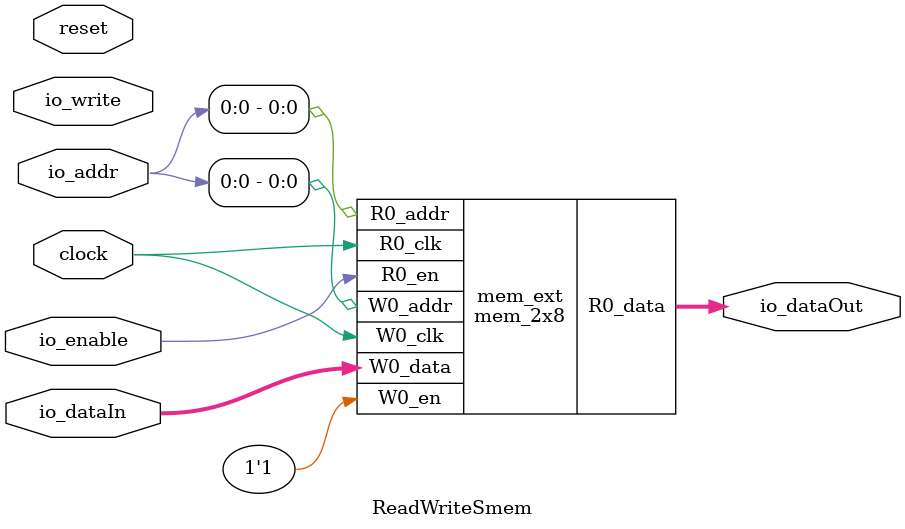
<source format=v>
module mem_2x8(
  input        R0_addr,
               R0_en,
               R0_clk,
               W0_addr,
               W0_en,
               W0_clk,
  input  [7:0] W0_data,
  output [7:0] R0_data
);

  reg [7:0] Memory[0:1];
  reg       _R0_en_d0;
  reg       _R0_addr_d0;
  always @(posedge R0_clk) begin
    _R0_en_d0 <= R0_en;
    _R0_addr_d0 <= R0_addr;
  end // always @(posedge)
  always @(posedge W0_clk) begin
    if (W0_en)
      Memory[W0_addr] <= W0_data;
  end // always @(posedge)
  assign R0_data = _R0_en_d0 ? Memory[_R0_addr_d0] : 8'bx;
endmodule

module ReadWriteSmem(
  input        clock,
               reset,
               io_enable,
               io_write,
  input  [9:0] io_addr,
  input  [7:0] io_dataIn,
  output [7:0] io_dataOut
);

  mem_2x8 mem_ext (
    .R0_addr (io_addr[0]),
    .R0_en   (io_enable),
    .R0_clk  (clock),
    .W0_addr (io_addr[0]),
    .W0_en   (1'h1),
    .W0_clk  (clock),
    .W0_data (io_dataIn),
    .R0_data (io_dataOut)
  );
endmodule


</source>
